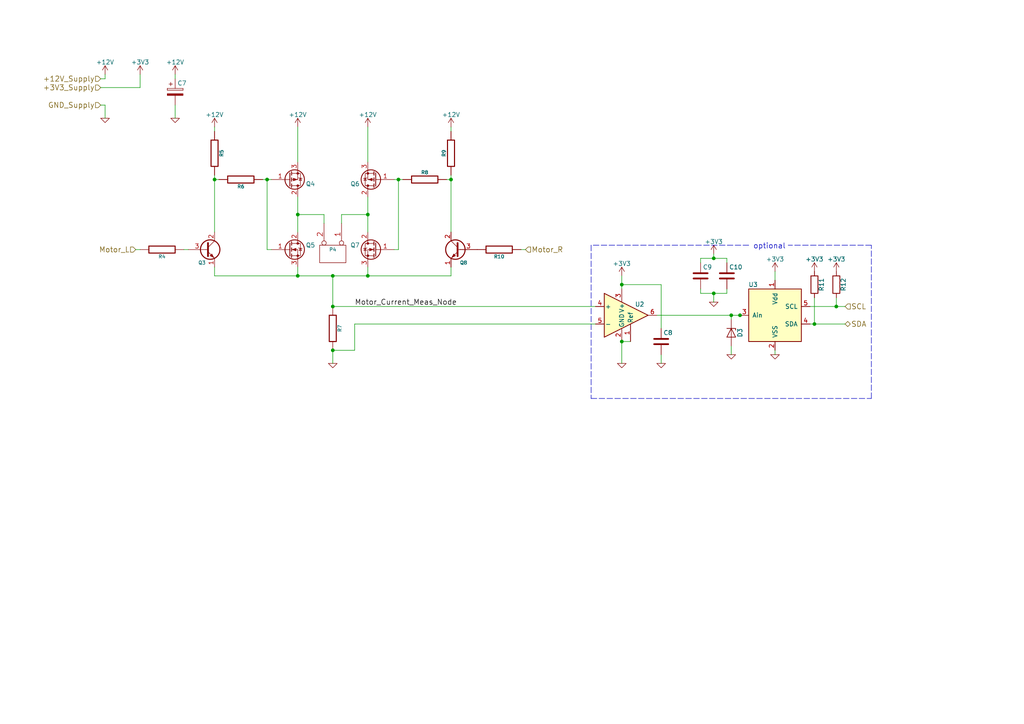
<source format=kicad_sch>
(kicad_sch (version 20211123) (generator eeschema)
  (paper "A4")
  (lib_symbols
    (symbol "BackupServer-rescue:+12V-" (power) (pin_names (offset 0))
      (property "Value" "+12V-" (at 0 3.556 0))
      (symbol "+12V-_0_1"
        (polyline (pts (xy -0.762 1.27) (xy 0 2.54)))
        (polyline (pts (xy 0 0) (xy 0 2.54)))
        (polyline (pts (xy 0 2.54) (xy 0.762 1.27)))
      )
      (symbol "+12V-_1_1"
        (pin power_in line (at 0 0 90) (length 0) hide (name "+12V") (number "1"))
      )
    )
    (symbol "BackupServer-rescue:+3.3V-" (power) (pin_names (offset 0))
      (property "Value" "+3.3V-" (at 0 3.556 0))
      (symbol "+3.3V-_0_1"
        (polyline (pts (xy -0.762 1.27) (xy 0 2.54)))
        (polyline (pts (xy 0 0) (xy 0 2.54)))
        (polyline (pts (xy 0 2.54) (xy 0.762 1.27)))
      )
      (symbol "+3.3V-_1_1"
        (pin power_in line (at 0 0 90) (length 0) hide (name "+3V3") (number "1"))
      )
    )
    (symbol "BackupServer-rescue:BD139-" (pin_names (offset 0) hide)
      (property "Reference" "Q" (at 5.08 1.905 0))
      (property "Value" "BD139-" (at 5.08 0 0))
      (symbol "BD139-_0_1"
        (polyline (pts (xy 0 0) (xy 0.635 0)))
        (polyline (pts (xy 2.54 -2.54) (xy 0.635 -0.635)))
        (polyline (pts (xy 2.54 2.54) (xy 0.635 0.635)))
        (polyline (pts (xy 0.635 1.905) (xy 0.635 -1.905) (xy 0.635 -1.905)) (stroke (width 0.508)) (fill (type outline)))
        (polyline (pts (xy 1.2446 -1.778) (xy 1.7526 -1.27) (xy 2.286 -2.286) (xy 1.2446 -1.778) (xy 1.2446 -1.778)) (fill (type outline)))
        (circle (center 1.27 0) (radius 2.8194) (stroke (width 0.3048)))
      )
      (symbol "BD139-_1_1"
        (pin passive line (at 2.54 -5.08 90) (length 2.54) (name "E") (number "1"))
        (pin passive line (at 2.54 5.08 270) (length 2.54) (name "C") (number "2"))
        (pin input line (at -5.08 0 0) (length 5.08) (name "B") (number "3"))
      )
    )
    (symbol "BackupServer-rescue:C-" (pin_numbers hide) (pin_names (offset 0.254))
      (property "Reference" "C" (at 0.635 2.54 0))
      (property "Value" "C-" (at 0.635 -2.54 0))
      (symbol "C-_0_1"
        (polyline (pts (xy -2.032 -0.762) (xy 2.032 -0.762)) (stroke (width 0.508)))
        (polyline (pts (xy -2.032 0.762) (xy 2.032 0.762)) (stroke (width 0.508)))
      )
      (symbol "C-_1_1"
        (pin passive line (at 0 3.81 270) (length 2.794) (name "~") (number "1"))
        (pin passive line (at 0 -3.81 90) (length 2.794) (name "~") (number "2"))
      )
    )
    (symbol "BackupServer-rescue:CONN_2-" (pin_names (offset 1.016) hide)
      (property "Reference" "P" (at -1.27 0 90))
      (property "Value" "CONN_2-" (at 1.27 0 90))
      (symbol "CONN_2-_0_1"
        (rectangle (start -2.54 3.81) (end 2.54 -3.81))
      )
      (symbol "CONN_2-_1_1"
        (pin passive inverted (at -8.89 2.54 0) (length 6.35) (name "P1") (number "1"))
        (pin passive inverted (at -8.89 -2.54 0) (length 6.35) (name "PM") (number "2"))
      )
    )
    (symbol "BackupServer-rescue:CP-" (pin_numbers hide) (pin_names (offset 0.254))
      (property "Reference" "C" (at 0.635 2.54 0))
      (property "Value" "CP-" (at 0.635 -2.54 0))
      (symbol "CP-_0_1"
        (rectangle (start -2.286 0.508) (end -2.286 1.016))
        (rectangle (start -2.286 0.508) (end 2.286 0.508))
        (polyline (pts (xy -1.778 2.286) (xy -0.762 2.286)))
        (polyline (pts (xy -1.27 2.794) (xy -1.27 1.778)))
        (rectangle (start 2.286 -0.508) (end -2.286 -1.016) (fill (type outline)))
        (rectangle (start 2.286 1.016) (end -2.286 1.016))
        (rectangle (start 2.286 1.016) (end 2.286 0.508))
      )
      (symbol "CP-_1_1"
        (pin passive line (at 0 3.81 270) (length 2.794) (name "~") (number "1"))
        (pin passive line (at 0 -3.81 90) (length 2.794) (name "~") (number "2"))
      )
    )
    (symbol "BackupServer-rescue:D_Zener-" (pin_numbers hide) (pin_names (offset 1.016) hide)
      (property "Reference" "D" (at 0 2.54 0))
      (property "Value" "D_Zener-" (at 0 -2.54 0))
      (symbol "D_Zener-_0_1"
        (polyline (pts (xy 1.27 0) (xy -1.27 0)))
        (polyline (pts (xy -1.27 -1.27) (xy -1.27 1.27) (xy -0.762 1.27)) (stroke (width 0.2032)))
        (polyline (pts (xy 1.27 -1.27) (xy 1.27 1.27) (xy -1.27 0) (xy 1.27 -1.27)) (stroke (width 0.2032)))
      )
      (symbol "D_Zener-_1_1"
        (pin passive line (at -3.81 0 0) (length 2.54) (name "K") (number "1"))
        (pin passive line (at 3.81 0 180) (length 2.54) (name "A") (number "2"))
      )
    )
    (symbol "BackupServer-rescue:GND-RESCUE-BackupServer-" (power) (pin_names (offset 0))
      (symbol "GND-RESCUE-BackupServer-_0_1"
        (polyline (pts (xy -1.27 0) (xy 0 -1.27) (xy 1.27 0) (xy -1.27 0)))
      )
      (symbol "GND-RESCUE-BackupServer-_1_1"
        (pin power_in line (at 0 0 90) (length 0) hide (name "GND") (number "1"))
      )
    )
    (symbol "BackupServer-rescue:INA212-" (pin_names (offset 0.254))
      (property "Reference" "U" (at 3.81 3.175 0))
      (property "Value" "INA212-" (at 3.81 -3.175 0))
      (symbol "INA212-_0_1"
        (polyline (pts (xy 7.62 0) (xy -5.08 6.35) (xy -5.08 -6.35) (xy 7.62 0)) (stroke (width 0.254)) (fill (type background)))
      )
      (symbol "INA212-_1_1"
        (pin input line (at 2.54 -7.62 90) (length 5.08) (name "Ref") (number "1"))
        (pin power_in line (at 0 -7.62 90) (length 3.81) (name "GND") (number "2"))
        (pin power_in line (at 0 7.62 270) (length 3.81) (name "V+") (number "3"))
        (pin input line (at -7.62 2.54 0) (length 2.54) (name "+") (number "4"))
        (pin input line (at -7.62 -2.54 0) (length 2.54) (name "-") (number "5"))
        (pin output line (at 10.16 0 180) (length 2.54) (name "~") (number "6"))
      )
    )
    (symbol "BackupServer-rescue:MCP3221-" (pin_names (offset 1.016))
      (property "Reference" "U" (at -6.35 8.89 0))
      (property "Value" "MCP3221-" (at 6.35 -8.89 0))
      (symbol "MCP3221-_0_1"
        (rectangle (start -7.62 7.62) (end 7.62 -7.62) (stroke (width 0.254)) (fill (type background)))
      )
      (symbol "MCP3221-_1_1"
        (pin power_in line (at 0 10.16 270) (length 2.54) (name "Vdd") (number "1"))
        (pin power_in line (at 0 -10.16 90) (length 2.54) (name "VSS") (number "2"))
        (pin input line (at -10.16 0 0) (length 2.54) (name "Ain") (number "3"))
        (pin bidirectional line (at 10.16 -2.54 180) (length 2.54) (name "SDA") (number "4"))
        (pin input line (at 10.16 2.54 180) (length 2.54) (name "SCL") (number "5"))
      )
    )
    (symbol "BackupServer-rescue:Q_NMOS_GDS-" (pin_names (offset 0) hide)
      (property "Reference" "Q" (at 5.08 1.27 0))
      (property "Value" "Q_NMOS_GDS-" (at 5.08 -1.27 0))
      (symbol "Q_NMOS_GDS-_0_1"
        (polyline (pts (xy 0.0508 0) (xy 0.254 0)))
        (polyline (pts (xy 0.762 -1.778) (xy 2.54 -1.778)))
        (polyline (pts (xy 0.762 -1.27) (xy 0.762 -2.286)) (stroke (width 0.254)))
        (polyline (pts (xy 0.762 0) (xy 2.54 0)))
        (polyline (pts (xy 0.762 0.508) (xy 0.762 -0.508)) (stroke (width 0.254)))
        (polyline (pts (xy 0.762 1.778) (xy 2.54 1.778)))
        (polyline (pts (xy 0.762 2.286) (xy 0.762 1.27)) (stroke (width 0.254)))
        (polyline (pts (xy 2.54 -1.778) (xy 2.54 -2.54)))
        (polyline (pts (xy 2.54 -1.778) (xy 2.54 0)))
        (polyline (pts (xy 2.54 2.54) (xy 2.54 1.778)))
        (polyline (pts (xy 0.254 1.905) (xy 0.254 -1.905) (xy 0.254 -1.905)) (stroke (width 0.254)))
        (polyline (pts (xy 1.016 0) (xy 2.032 0.381) (xy 2.032 -0.381) (xy 1.016 0)) (fill (type outline)))
        (polyline (pts (xy 2.54 -1.778) (xy 3.302 -1.778) (xy 3.302 1.778) (xy 2.54 1.778)))
        (polyline (pts (xy 2.794 0.508) (xy 2.921 0.381) (xy 3.683 0.381) (xy 3.81 0.254)))
        (polyline (pts (xy 3.302 0.381) (xy 2.921 -0.254) (xy 3.683 -0.254) (xy 3.302 0.381)))
        (circle (center 1.651 0) (radius 2.8194) (stroke (width 0.254)))
        (circle (center 2.54 -1.778) (radius 0.2794) (fill (type outline)))
        (circle (center 2.54 1.778) (radius 0.2794) (fill (type outline)))
      )
      (symbol "Q_NMOS_GDS-_1_1"
        (pin input line (at -5.08 0 0) (length 5.08) (name "G") (number "1"))
        (pin passive line (at 2.54 5.08 270) (length 2.54) (name "D") (number "2"))
        (pin passive line (at 2.54 -5.08 90) (length 2.54) (name "S") (number "3"))
      )
    )
    (symbol "BackupServer-rescue:Q_PMOS_GDS-" (pin_names (offset 0) hide)
      (property "Reference" "Q" (at 5.08 1.27 0))
      (property "Value" "Q_PMOS_GDS-" (at 5.08 -1.27 0))
      (symbol "Q_PMOS_GDS-_0_1"
        (polyline (pts (xy 0.0508 0) (xy 0.254 0)))
        (polyline (pts (xy 0.762 -1.778) (xy 2.54 -1.778)))
        (polyline (pts (xy 0.762 -1.27) (xy 0.762 -2.286)) (stroke (width 0.254)))
        (polyline (pts (xy 0.762 0) (xy 2.54 0)))
        (polyline (pts (xy 0.762 0.508) (xy 0.762 -0.508)) (stroke (width 0.254)))
        (polyline (pts (xy 0.762 1.778) (xy 2.54 1.778)))
        (polyline (pts (xy 0.762 2.286) (xy 0.762 1.27)) (stroke (width 0.254)))
        (polyline (pts (xy 2.54 -1.778) (xy 2.54 -2.54)))
        (polyline (pts (xy 2.54 -1.778) (xy 2.54 0)))
        (polyline (pts (xy 2.54 2.54) (xy 2.54 1.778)))
        (polyline (pts (xy 0.254 1.905) (xy 0.254 -1.905) (xy 0.254 -1.905)) (stroke (width 0.254)))
        (polyline (pts (xy 2.286 0) (xy 1.27 -0.381) (xy 1.27 0.381) (xy 2.286 0)) (fill (type outline)))
        (polyline (pts (xy 2.54 -1.778) (xy 3.302 -1.778) (xy 3.302 1.778) (xy 2.54 1.778)))
        (polyline (pts (xy 2.794 -0.508) (xy 2.921 -0.381) (xy 3.683 -0.381) (xy 3.81 -0.254)))
        (polyline (pts (xy 3.302 -0.381) (xy 2.921 0.254) (xy 3.683 0.254) (xy 3.302 -0.381)))
        (circle (center 1.651 0) (radius 2.8194) (stroke (width 0.254)))
        (circle (center 2.54 -1.778) (radius 0.2794) (fill (type outline)))
        (circle (center 2.54 1.778) (radius 0.2794) (fill (type outline)))
      )
      (symbol "Q_PMOS_GDS-_1_1"
        (pin input line (at -5.08 0 0) (length 5.08) (name "G") (number "1"))
        (pin passive line (at 2.54 5.08 270) (length 2.54) (name "D") (number "2"))
        (pin passive line (at 2.54 -5.08 90) (length 2.54) (name "S") (number "3"))
      )
    )
    (symbol "BackupServer-rescue:R-" (pin_numbers hide) (pin_names (offset 0))
      (property "Reference" "R" (at 2.032 0 90))
      (property "Value" "R-" (at 0 0 90))
      (symbol "R-_0_1"
        (rectangle (start -1.016 -2.54) (end 1.016 2.54) (stroke (width 0.254)))
      )
      (symbol "R-_1_1"
        (pin passive line (at 0 3.81 270) (length 1.27) (name "~") (number "1"))
        (pin passive line (at 0 -3.81 90) (length 1.27) (name "~") (number "2"))
      )
    )
    (symbol "BackupServer-rescue:R-RESCUE-BackupServer-" (pin_numbers hide) (pin_names (offset 0))
      (property "Reference" "R" (at 2.032 0 90))
      (property "Value" "R-RESCUE-BackupServer-" (at 0.1778 0.0254 90))
      (symbol "R-RESCUE-BackupServer-_0_1"
        (rectangle (start -1.016 3.81) (end 1.016 -3.81) (stroke (width 0.3048)))
      )
      (symbol "R-RESCUE-BackupServer-_1_1"
        (pin passive line (at 0 6.35 270) (length 2.54) (name "~") (number "1"))
        (pin passive line (at 0 -6.35 90) (length 2.54) (name "~") (number "2"))
      )
    )
  )
  (junction (at 207.01 85.09))
  (junction (at 77.47 52.07))
  (junction (at 236.22 93.98))
  (junction (at 62.23 52.07))
  (junction (at 106.68 62.23))
  (junction (at 207.01 74.93))
  (junction (at 115.57 52.07))
  (junction (at 212.09 91.44))
  (junction (at 96.52 101.6))
  (junction (at 96.52 88.9))
  (junction (at 96.52 80.01))
  (junction (at 214.63 91.44))
  (junction (at 242.57 88.9))
  (junction (at 106.68 80.01))
  (junction (at 86.36 62.23))
  (junction (at 180.34 99.06))
  (junction (at 180.34 82.55))
  (junction (at 86.36 80.01))
  (junction (at 130.81 52.07))
  (wire (pts (xy 96.52 88.9) (xy 172.72 88.9)))
  (wire (pts (xy 203.2 74.93) (xy 207.01 74.93)))
  (wire (pts (xy 30.48 30.48) (xy 30.48 34.29)))
  (wire (pts (xy 62.23 50.8) (xy 62.23 52.07)))
  (polyline (pts (xy 217.17 71.12) (xy 171.45 71.12)))
  (wire (pts (xy 96.52 101.6) (xy 102.87 101.6)))
  (wire (pts (xy 151.13 72.39) (xy 152.4 72.39)))
  (wire (pts (xy 180.34 82.55) (xy 180.34 83.82)))
  (wire (pts (xy 29.21 25.4) (xy 40.64 25.4)))
  (wire (pts (xy 180.34 82.55) (xy 191.77 82.55)))
  (wire (pts (xy 130.81 80.01) (xy 130.81 77.47)))
  (wire (pts (xy 96.52 105.41) (xy 96.52 101.6)))
  (wire (pts (xy 62.23 38.1) (xy 62.23 36.83)))
  (wire (pts (xy 236.22 86.36) (xy 236.22 93.98)))
  (polyline (pts (xy 252.73 115.57) (xy 252.73 71.12)))
  (wire (pts (xy 207.01 74.93) (xy 210.82 74.93)))
  (wire (pts (xy 180.34 99.06) (xy 180.34 105.41)))
  (wire (pts (xy 130.81 52.07) (xy 129.54 52.07)))
  (wire (pts (xy 114.3 72.39) (xy 115.57 72.39)))
  (wire (pts (xy 214.63 91.44) (xy 217.17 91.44)))
  (wire (pts (xy 106.68 80.01) (xy 106.68 77.47)))
  (wire (pts (xy 106.68 36.83) (xy 106.68 46.99)))
  (wire (pts (xy 203.2 74.93) (xy 203.2 76.2)))
  (wire (pts (xy 40.64 25.4) (xy 40.64 21.59)))
  (wire (pts (xy 93.98 62.23) (xy 86.36 62.23)))
  (polyline (pts (xy 171.45 115.57) (xy 252.73 115.57)))
  (wire (pts (xy 99.06 64.77) (xy 99.06 62.23)))
  (wire (pts (xy 191.77 102.87) (xy 191.77 105.41)))
  (wire (pts (xy 96.52 80.01) (xy 96.52 88.9)))
  (wire (pts (xy 234.95 93.98) (xy 236.22 93.98)))
  (wire (pts (xy 130.81 52.07) (xy 130.81 67.31)))
  (wire (pts (xy 242.57 88.9) (xy 245.11 88.9)))
  (wire (pts (xy 96.52 80.01) (xy 106.68 80.01)))
  (wire (pts (xy 29.21 22.86) (xy 30.48 22.86)))
  (wire (pts (xy 102.87 101.6) (xy 102.87 93.98)))
  (wire (pts (xy 93.98 64.77) (xy 93.98 62.23)))
  (wire (pts (xy 130.81 50.8) (xy 130.81 52.07)))
  (wire (pts (xy 86.36 62.23) (xy 86.36 67.31)))
  (wire (pts (xy 29.21 30.48) (xy 30.48 30.48)))
  (wire (pts (xy 212.09 92.71) (xy 212.09 91.44)))
  (wire (pts (xy 86.36 77.47) (xy 86.36 80.01)))
  (wire (pts (xy 234.95 88.9) (xy 242.57 88.9)))
  (wire (pts (xy 224.79 101.6) (xy 224.79 102.87)))
  (wire (pts (xy 78.74 72.39) (xy 77.47 72.39)))
  (wire (pts (xy 236.22 93.98) (xy 245.11 93.98)))
  (wire (pts (xy 106.68 57.15) (xy 106.68 62.23)))
  (wire (pts (xy 212.09 102.87) (xy 212.09 100.33)))
  (wire (pts (xy 207.01 87.63) (xy 207.01 85.09)))
  (wire (pts (xy 106.68 62.23) (xy 106.68 67.31)))
  (wire (pts (xy 224.79 78.74) (xy 224.79 81.28)))
  (wire (pts (xy 180.34 80.01) (xy 180.34 82.55)))
  (wire (pts (xy 86.36 36.83) (xy 86.36 46.99)))
  (wire (pts (xy 76.2 52.07) (xy 77.47 52.07)))
  (wire (pts (xy 210.82 74.93) (xy 210.82 76.2)))
  (wire (pts (xy 102.87 93.98) (xy 172.72 93.98)))
  (wire (pts (xy 63.5 52.07) (xy 62.23 52.07)))
  (wire (pts (xy 53.34 72.39) (xy 54.61 72.39)))
  (wire (pts (xy 212.09 91.44) (xy 214.63 91.44)))
  (wire (pts (xy 62.23 52.07) (xy 62.23 67.31)))
  (wire (pts (xy 99.06 62.23) (xy 106.68 62.23)))
  (wire (pts (xy 86.36 57.15) (xy 86.36 62.23)))
  (wire (pts (xy 62.23 77.47) (xy 62.23 80.01)))
  (wire (pts (xy 203.2 85.09) (xy 207.01 85.09)))
  (wire (pts (xy 203.2 85.09) (xy 203.2 83.82)))
  (wire (pts (xy 115.57 72.39) (xy 115.57 52.07)))
  (wire (pts (xy 50.8 30.48) (xy 50.8 34.29)))
  (wire (pts (xy 50.8 21.59) (xy 50.8 22.86)))
  (wire (pts (xy 207.01 85.09) (xy 210.82 85.09)))
  (wire (pts (xy 180.34 99.06) (xy 182.88 99.06)))
  (wire (pts (xy 114.3 52.07) (xy 115.57 52.07)))
  (polyline (pts (xy 252.73 71.12) (xy 228.6 71.12)))
  (wire (pts (xy 86.36 80.01) (xy 96.52 80.01)))
  (wire (pts (xy 106.68 80.01) (xy 130.81 80.01)))
  (wire (pts (xy 190.5 91.44) (xy 212.09 91.44)))
  (wire (pts (xy 62.23 80.01) (xy 86.36 80.01)))
  (wire (pts (xy 77.47 72.39) (xy 77.47 52.07)))
  (wire (pts (xy 115.57 52.07) (xy 116.84 52.07)))
  (wire (pts (xy 207.01 74.93) (xy 207.01 73.66)))
  (wire (pts (xy 77.47 52.07) (xy 78.74 52.07)))
  (wire (pts (xy 191.77 82.55) (xy 191.77 95.25)))
  (wire (pts (xy 30.48 22.86) (xy 30.48 21.59)))
  (wire (pts (xy 210.82 85.09) (xy 210.82 83.82)))
  (wire (pts (xy 130.81 38.1) (xy 130.81 36.83)))
  (wire (pts (xy 242.57 86.36) (xy 242.57 88.9)))
  (polyline (pts (xy 171.45 71.12) (xy 171.45 115.57)))
  (wire (pts (xy 39.37 72.39) (xy 40.64 72.39)))
  (text "optional" (at 218.44 72.39 0) (effects (font (size 1.524 1.524)) (justify left bottom)))
  (label "Motor_Current_Meas_Node" (at 102.87 88.9 0) (effects (font (size 1.524 1.524))))
  (hierarchical_label "+12V_Supply" (shape input) (at 29.21 22.86 180) (effects (font (size 1.524 1.524))))
  (hierarchical_label "+3V3_Supply" (shape input) (at 29.21 25.4 180) (effects (font (size 1.524 1.524))))
  (hierarchical_label "SDA" (shape bidirectional) (at 245.11 93.98 0) (effects (font (size 1.524 1.524))))
  (hierarchical_label "Motor_R" (shape input) (at 152.4 72.39 0) (effects (font (size 1.524 1.524))))
  (hierarchical_label "SCL" (shape input) (at 245.11 88.9 0) (effects (font (size 1.524 1.524))))
  (hierarchical_label "GND_Supply" (shape input) (at 29.21 30.48 180) (effects (font (size 1.524 1.524))))
  (hierarchical_label "Motor_L" (shape input) (at 39.37 72.39 180) (effects (font (size 1.524 1.524))))
  (symbol (lib_id "BackupServer-rescue:+12V-") (at 62.23 36.83 0) (unit 1)
    (property "Reference" "#PWR031" (effects hide))
  )
  (symbol (lib_id "BackupServer-rescue:+12V-") (at 86.36 36.83 0) (unit 1)
    (property "Reference" "#PWR032" (effects hide))
  )
  (symbol (lib_id "BackupServer-rescue:+12V-") (at 106.68 36.83 0) (unit 1)
    (property "Reference" "#PWR033" (effects hide))
  )
  (symbol (lib_id "BackupServer-rescue:+12V-") (at 130.81 36.83 0) (unit 1)
    (property "Reference" "#PWR034" (effects hide))
  )
  (symbol (lib_id "BackupServer-rescue:+12V-") (at 30.48 21.59 0) (unit 1)
    (property "Reference" "#PWR035" (effects hide))
  )
  (symbol (lib_id "BackupServer-rescue:+3.3V-") (at 40.64 21.59 0) (unit 1)
    (property "Reference" "#PWR036" (effects hide))
  )
  (symbol (lib_id "BackupServer-rescue:GND-RESCUE-BackupServer-") (at 30.48 34.29 0) (unit 1)
    (property "Reference" "#PWR037" (effects hide))
  )
  (symbol (lib_id "BackupServer-rescue:MCP3221-") (at 224.79 91.44 0) (unit 1)
    (property "Reference" "U3" (at 218.44 82.55 0))
  )
  (symbol (lib_id "BackupServer-rescue:GND-RESCUE-BackupServer-") (at 224.79 102.87 0) (unit 1)
    (property "Reference" "#PWR038" (effects hide))
  )
  (symbol (lib_id "BackupServer-rescue:+3.3V-") (at 224.79 78.74 0) (unit 1)
    (property "Reference" "#PWR039" (effects hide))
  )
  (symbol (lib_id "BackupServer-rescue:+3.3V-") (at 207.01 73.66 0) (unit 1)
    (property "Reference" "#PWR040" (effects hide))
  )
  (symbol (lib_id "BackupServer-rescue:C-") (at 210.82 80.01 0) (unit 1)
    (property "Reference" "C10" (at 211.455 77.47 0) (effects (justify left)))
  )
  (symbol (lib_id "BackupServer-rescue:C-") (at 203.2 80.01 0) (unit 1)
    (property "Reference" "C9" (at 203.835 77.47 0) (effects (justify left)))
  )
  (symbol (lib_id "BackupServer-rescue:GND-RESCUE-BackupServer-") (at 207.01 87.63 0) (unit 1)
    (property "Reference" "#PWR041" (effects hide))
  )
  (symbol (lib_id "BackupServer-rescue:+12V-") (at 50.8 21.59 0) (unit 1)
    (property "Reference" "#PWR042" (effects hide))
  )
  (symbol (lib_id "BackupServer-rescue:GND-RESCUE-BackupServer-") (at 50.8 34.29 0) (unit 1)
    (property "Reference" "#PWR043" (effects hide))
  )
  (symbol (lib_id "BackupServer-rescue:CP-") (at 50.8 26.67 0) (unit 1)
    (property "Reference" "C7" (at 51.435 24.13 0) (effects (justify left)))
  )
  (symbol (lib_id "BackupServer-rescue:R-") (at 236.22 82.55 0) (unit 1)
    (property "Reference" "R11" (at 238.252 82.55 90))
  )
  (symbol (lib_id "BackupServer-rescue:R-") (at 242.57 82.55 0) (unit 1)
    (property "Reference" "R12" (at 244.602 82.55 90))
  )
  (symbol (lib_id "BackupServer-rescue:+3.3V-") (at 236.22 78.74 0) (unit 1)
    (property "Reference" "#PWR044" (effects hide))
  )
  (symbol (lib_id "BackupServer-rescue:+3.3V-") (at 242.57 78.74 0) (unit 1)
    (property "Reference" "#PWR045" (effects hide))
  )
  (symbol (lib_id "BackupServer-rescue:R-RESCUE-BackupServer-") (at 69.85 52.07 270) (unit 1)
    (property "Reference" "R6" (at 69.85 54.102 90) (effects (font (size 1.016 1.016))))
  )
  (symbol (lib_id "BackupServer-rescue:R-RESCUE-BackupServer-") (at 62.23 44.45 0) (unit 1)
    (property "Reference" "R5" (at 64.262 44.45 90) (effects (font (size 1.016 1.016))))
  )
  (symbol (lib_id "BackupServer-rescue:R-RESCUE-BackupServer-") (at 46.99 72.39 270) (unit 1)
    (property "Reference" "R4" (at 46.99 74.422 90) (effects (font (size 1.016 1.016))))
  )
  (symbol (lib_id "BackupServer-rescue:BD139-") (at 133.35 72.39 0) (mirror y) (unit 1)
    (property "Reference" "Q8" (at 133.35 76.2 0) (effects (font (size 1.016 1.016)) (justify right)))
    (property "Datasheet" "https://assets.nexperia.com/documents/data-sheet/BC817_BC817W_BC337.pdf" (effects hide))
    (property "SPR" "Digikey" (effects hide))
    (property "SPN" "1727-2919-1-ND" (effects hide))
  )
  (symbol (lib_id "BackupServer-rescue:R-RESCUE-BackupServer-") (at 123.19 52.07 270) (mirror x) (unit 1)
    (property "Reference" "R8" (at 123.19 50.038 90) (effects (font (size 1.016 1.016))))
  )
  (symbol (lib_id "BackupServer-rescue:R-RESCUE-BackupServer-") (at 130.81 44.45 0) (mirror y) (unit 1)
    (property "Reference" "R9" (at 128.778 44.45 90) (effects (font (size 1.016 1.016))))
  )
  (symbol (lib_id "BackupServer-rescue:R-RESCUE-BackupServer-") (at 144.78 72.39 90) (mirror x) (unit 1)
    (property "Reference" "R10" (at 144.78 74.422 90) (effects (font (size 1.016 1.016))))
  )
  (symbol (lib_id "BackupServer-rescue:CONN_2-") (at 96.52 73.66 270) (unit 1)
    (property "Reference" "P4" (at 96.52 72.39 90) (effects (font (size 1.016 1.016))))
  )
  (symbol (lib_id "BackupServer-rescue:BD139-") (at 59.69 72.39 0) (unit 1)
    (property "Reference" "Q3" (at 59.69 76.2 0) (effects (font (size 1.016 1.016)) (justify right)))
    (property "Datasheet" "https://assets.nexperia.com/documents/data-sheet/BC817_BC817W_BC337.pdf" (effects hide))
    (property "SPR" "Digikey" (effects hide))
    (property "SPN" "1727-2919-1-ND" (effects hide))
  )
  (symbol (lib_id "BackupServer-rescue:R-RESCUE-BackupServer-") (at 96.52 95.25 0) (unit 1)
    (property "Reference" "R7" (at 98.552 95.25 90) (effects (font (size 1.016 1.016))))
    (property "Datasheet" "http://www.rohm.com/web/global/datasheet/PMR18EZPFV/pmr-e" (effects hide))
    (property "MFR" "Rohm Semiconductor" (effects hide))
    (property "MPN" "PMR100HZPFV1L00" (effects hide))
    (property "SPR" "Digikey" (effects hide))
    (property "SPN" "RHM.001AUCT-ND" (effects hide))
  )
  (symbol (lib_id "BackupServer-rescue:GND-RESCUE-BackupServer-") (at 96.52 105.41 0) (unit 1)
    (property "Reference" "#PWR030" (effects hide))
  )
  (symbol (lib_id "BackupServer-rescue:Q_NMOS_GDS-") (at 83.82 72.39 0) (unit 1)
    (property "Reference" "Q5" (at 91.44 71.12 0) (effects (justify right)))
    (property "Datasheet" "http://aosmd.com/res/data_sheets/AOD514.pdf" (effects hide))
    (property "SPR" "Digikey" (effects hide))
    (property "SPN" "785-1357-1-ND" (effects hide))
  )
  (symbol (lib_id "BackupServer-rescue:Q_NMOS_GDS-") (at 109.22 72.39 0) (mirror y) (unit 1)
    (property "Reference" "Q7" (at 101.6 71.12 0) (effects (justify right)))
    (property "Datasheet" "http://aosmd.com/res/data_sheets/AOD514.pdf" (effects hide))
    (property "SPR" "Digikey" (effects hide))
    (property "SPN" "785-1357-1-ND" (effects hide))
  )
  (symbol (lib_id "BackupServer-rescue:Q_PMOS_GDS-") (at 83.82 52.07 0) (mirror x) (unit 1)
    (property "Reference" "Q4" (at 91.44 53.34 0) (effects (justify right)))
    (property "Datasheet" "http://aosmd.com/res/data_sheets/AOD417.pdf" (effects hide))
    (property "SPR" "Digikey" (effects hide))
    (property "SPN" "785-1106-1-ND" (effects hide))
  )
  (symbol (lib_id "BackupServer-rescue:Q_PMOS_GDS-") (at 109.22 52.07 180) (unit 1)
    (property "Reference" "Q6" (at 101.6 53.34 0) (effects (justify right)))
    (property "Datasheet" "http://aosmd.com/res/data_sheets/AOD417.pdf" (effects hide))
    (property "SPR" "Digikey" (effects hide))
    (property "SPN" "785-1106-1-ND" (effects hide))
  )
  (symbol (lib_id "BackupServer-rescue:D_Zener-") (at 212.09 96.52 270) (unit 1)
    (property "Reference" "D3" (at 214.63 96.52 0))
  )
  (symbol (lib_id "BackupServer-rescue:GND-RESCUE-BackupServer-") (at 212.09 102.87 0) (unit 1)
    (property "Reference" "#PWR046" (effects hide))
  )
  (symbol (lib_id "BackupServer-rescue:INA212-") (at 180.34 91.44 0) (unit 1)
    (property "Reference" "U2" (at 184.15 88.265 0) (effects (justify left)))
    (property "Datasheet" "http://www.ti.com/lit/ds/symlink/ina211.pdf" (effects hide))
    (property "SPR" "Digikey" (effects hide))
    (property "SPN" "296-23586-1-ND" (effects hide))
  )
  (symbol (lib_id "BackupServer-rescue:GND-RESCUE-BackupServer-") (at 180.34 105.41 0) (unit 1)
    (property "Reference" "#PWR047" (effects hide))
  )
  (symbol (lib_id "BackupServer-rescue:+3.3V-") (at 180.34 80.01 0) (unit 1)
    (property "Reference" "#PWR048" (effects hide))
  )
  (symbol (lib_id "BackupServer-rescue:C-") (at 191.77 99.06 0) (unit 1)
    (property "Reference" "C8" (at 192.405 96.52 0) (effects (justify left)))
  )
  (symbol (lib_id "BackupServer-rescue:GND-RESCUE-BackupServer-") (at 191.77 105.41 0) (unit 1)
    (property "Reference" "#PWR049" (effects hide))
  )
)
</source>
